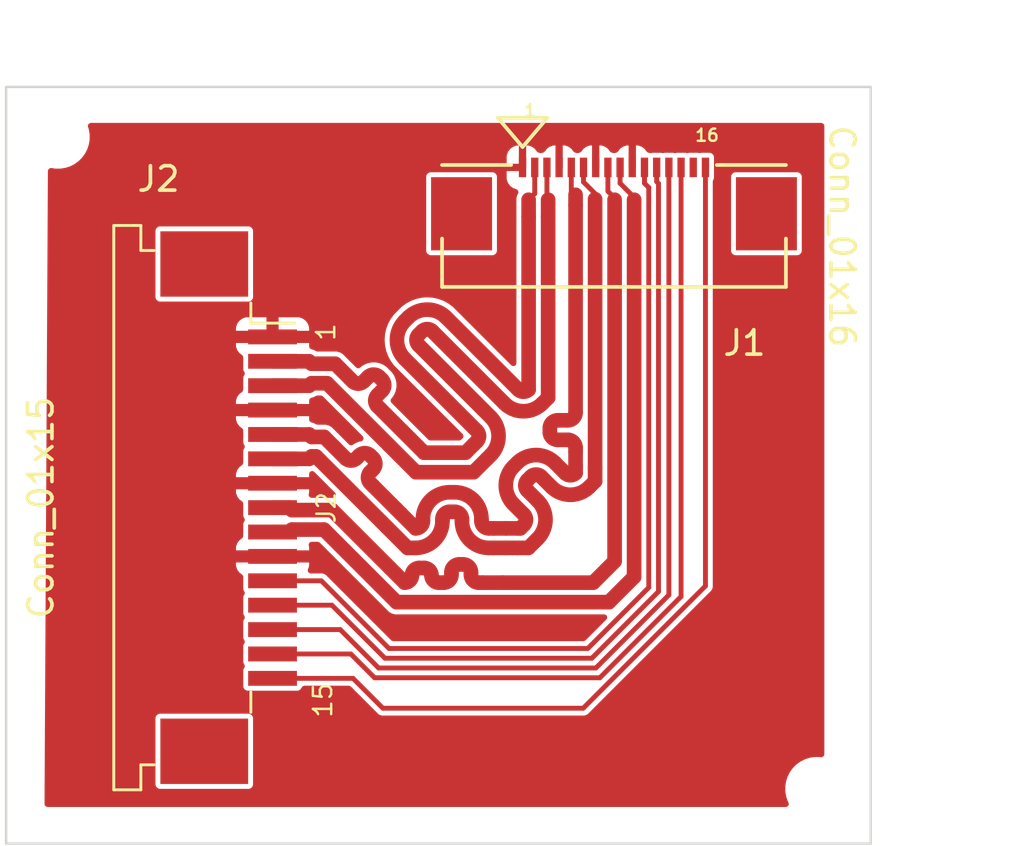
<source format=kicad_pcb>
(kicad_pcb (version 20240108) (generator "pcbnew") (generator_version "8.0")
  (layers (0 "F.Cu" signal) (31 "B.Cu" signal) (34 "B.Paste" user) (35 "F.Paste" user) (36 "B.SilkS" user "B.Silkscreen") (37 "F.SilkS" user "F.Silkscreen") (38 "B.Mask" user) (39 "F.Mask" user) (44 "Edge.Cuts" user))
  (net 0 "")
  (net 1 "I2C_SDA")
  (net 2 "MIPO_CKP")
  (net 3 "I2C_SCL")
  (net 5 "MIPO_DP1")
  (net 6 "GND")
  (net 7 "MIPO_DN1")
  (net 8 "SENSOR_RSTN")
  (net 9 "MIPO_DP0")
  (net 10 "SENSOR_CLK")
  (net 11 "3V3")
  (net 12 "MIPO_DN0")
  (net 13 "MIPO_CKN")
  (footprint "Connector_FFC-FPC:TE_1-84952-5_1x15-1MP_P1.0mm_Horizontal" (layer "F.Cu") (at 148.225 102.425 -90)
    (property "Reference" "J2" (at 0 -4 90) (layer "F.SilkS") (effects (font (size 0.75 0.75) (thickness 0.1))))
    (property "Value" "Conn_01x15" (at 0 7.7 90) (layer "F.SilkS"))
    (fp_line (start -11.57 4.71) (end -11.57 3.6) (stroke (width 0.12)) (layer "F.SilkS"))
    (fp_line (start 11.57 4.71) (end -11.57 4.71) (stroke (width 0.12)) (layer "F.SilkS"))
    (fp_line (start -11.57 3.6) (end -10.545 3.6) (stroke (width 0.12)) (layer "F.SilkS"))
    (fp_line (start -10.545 3.6) (end -10.545 3.06) (stroke (width 0.12)) (layer "F.SilkS"))
    (fp_line (start 10.545 3.6) (end 11.57 3.6) (stroke (width 0.12)) (layer "F.SilkS"))
    (fp_line (start 11.57 3.6) (end 11.57 4.71) (stroke (width 0.12)) (layer "F.SilkS"))
    (fp_line (start 10.545 3.06) (end 10.545 3.6) (stroke (width 0.12)) (layer "F.SilkS"))
    (fp_line (start -8.39 -0.91) (end -7.565 -0.91) (stroke (width 0.12)) (layer "F.SilkS"))
    (fp_line (start -7.565 -0.91) (end -7.565 -2.71) (stroke (width 0.12)) (layer "F.SilkS"))
    (fp_line (start 7.565 -0.91) (end 8.39 -0.91) (stroke (width 0.12)) (layer "F.SilkS"))
    (fp_text user "${REFERENCE}" (at -13.475 2.875 180) (layer "F.SilkS"))
    (pad "1" smd rect (at -7 -1.8 270) (size 0.61 2) (layers "F.Cu" "F.Paste" "F.Mask") (net 6 "GND"))
    (pad "2" smd rect (at -6 -1.8 270) (size 0.61 2) (layers "F.Cu" "F.Paste" "F.Mask") (net 12 "MIPO_DN0"))
    (pad "3" smd rect (at -5 -1.8 270) (size 0.61 2) (layers "F.Cu" "F.Paste" "F.Mask") (net 9 "MIPO_DP0"))
    (pad "4" smd rect (at -4 -1.8 270) (size 0.61 2) (layers "F.Cu" "F.Paste" "F.Mask") (net 6 "GND"))
    (pad "5" smd rect (at -3 -1.8 270) (size 0.61 2) (layers "F.Cu" "F.Paste" "F.Mask") (net 7 "MIPO_DN1"))
    (pad "6" smd rect (at -2 -1.8 270) (size 0.61 2) (layers "F.Cu" "F.Paste" "F.Mask") (net 5 "MIPO_DP1"))
    (pad "7" smd rect (at -1 -1.8 270) (size 0.61 2) (layers "F.Cu" "F.Paste" "F.Mask") (net 6 "GND"))
    (pad "8" smd rect (at 0 -1.8 270) (size 0.61 2) (layers "F.Cu" "F.Paste" "F.Mask") (net 13 "MIPO_CKN"))
    (pad "9" smd rect (at 1 -1.8 270) (size 0.61 2) (layers "F.Cu" "F.Paste" "F.Mask") (net 2 "MIPO_CKP"))
    (pad "10" smd rect (at 2 -1.8 270) (size 0.61 2) (layers "F.Cu" "F.Paste" "F.Mask") (net 6 "GND"))
    (pad "11" smd rect (at 3 -1.8 270) (size 0.61 2) (layers "F.Cu" "F.Paste" "F.Mask") (net 8 "SENSOR_RSTN"))
    (pad "12" smd rect (at 4 -1.8 270) (size 0.61 2) (layers "F.Cu" "F.Paste" "F.Mask") (net 10 "SENSOR_CLK"))
    (pad "13" smd rect (at 5 -1.8 270) (size 0.61 2) (layers "F.Cu" "F.Paste" "F.Mask") (net 3 "I2C_SCL"))
    (pad "14" smd rect (at 6 -1.8 270) (size 0.61 2) (layers "F.Cu" "F.Paste" "F.Mask") (net 1 "I2C_SDA"))
    (pad "15" smd rect (at 7 -1.8 270) (size 0.61 2) (layers "F.Cu" "F.Paste" "F.Mask") (net 11 "3V3"))
    (pad "MP" smd rect (at -9.99 1 270) (size 2.68 3.6) (layers "F.Cu" "F.Paste" "F.Mask"))
    (pad "MP" smd rect (at 9.99 1 270) (size 2.68 3.6) (layers "F.Cu" "F.Paste" "F.Mask"))
  )
  (footprint "MountingHole:MountingHole_2.1mm" (layer "F.Cu") (at 172.35 113.95)
    (property "Reference" "H2" (hide yes))
    (property "Value" "MountingHole" (hide yes))
    (pad "" np_thru_hole circle (at 0 0) (size 2.1 2.1) (drill 2.1) (layers "*.Cu" "*.Mask"))
  )
  (footprint "MountingHole:MountingHole_2.1mm" (layer "F.Cu") (at 141.225 87.225)
    (property "Reference" "H1" (hide yes))
    (property "Value" "MountingHole" (hide yes))
    (pad "" np_thru_hole circle (at 0 0) (size 2.1 2.1) (drill 2.1) (layers "*.Cu" "*.Mask"))
  )
  (footprint "CSI_Connector:CON_527461671_MOL" (layer "F.Cu") (at 164.024992 90.875)
    (property "Reference" "J1" (hide yes))
    (property "Value" "Conn_01x16" (at 9.350008 0.425 -90) (layer "F.SilkS"))
    (fp_line (start -7.049986 0.5175) (end -7.049986 2.5) (stroke (width 0.1524)) (layer "F.SilkS"))
    (fp_line (start -7.049986 2.5) (end 7.049986 2.5) (stroke (width 0.1524)) (layer "F.SilkS"))
    (fp_line (start -4.763986 -4.432) (end -3.747986 -3.2382) (stroke (width 0.1524)) (layer "F.SilkS"))
    (fp_line (start -4.763986 -4.432) (end -2.731986 -4.432) (stroke (width 0.1524)) (layer "F.SilkS"))
    (fp_line (start -4.217492 -2.5) (end -7.049986 -2.5) (stroke (width 0.1524)) (layer "F.SilkS"))
    (fp_line (start -2.731986 -4.432) (end -3.747986 -3.2382) (stroke (width 0.1524)) (layer "F.SilkS"))
    (fp_line (start 7.049986 -2.5) (end 4.217508 -2.5) (stroke (width 0.1524)) (layer "F.SilkS"))
    (fp_line (start 7.049986 2.5) (end 7.049986 0.5175) (stroke (width 0.1524)) (layer "F.SilkS"))
    (fp_text user "${REFERENCE}" (at 5.350008 4.8 0) (layer "F.SilkS"))
    (pad "1" smd rect (at -3.749992 -2.4) (size 0.3 0.8) (layers "F.Cu" "F.Paste" "F.Mask") (net 6 "GND"))
    (pad "2" smd rect (at -3.249994 -2.4) (size 0.3 0.8) (layers "F.Cu" "F.Paste" "F.Mask") (net 12 "MIPO_DN0"))
    (pad "3" smd rect (at -2.749992 -2.4) (size 0.3 0.8) (layers "F.Cu" "F.Paste" "F.Mask") (net 9 "MIPO_DP0"))
    (pad "4" smd rect (at -2.249993 -2.4) (size 0.3 0.8) (layers "F.Cu" "F.Paste" "F.Mask") (net 6 "GND"))
    (pad "5" smd rect (at -1.749991 -2.4) (size 0.3 0.8) (layers "F.Cu" "F.Paste" "F.Mask") (net 7 "MIPO_DN1"))
    (pad "6" smd rect (at -1.249992 -2.4) (size 0.3 0.8) (layers "F.Cu" "F.Paste" "F.Mask") (net 5 "MIPO_DP1"))
    (pad "7" smd rect (at -0.749993 -2.4) (size 0.3 0.8) (layers "F.Cu" "F.Paste" "F.Mask") (net 6 "GND"))
    (pad "8" smd rect (at -0.249992 -2.4) (size 0.3 0.8) (layers "F.Cu" "F.Paste" "F.Mask") (net 13 "MIPO_CKN"))
    (pad "9" smd rect (at 0.250007 -2.4) (size 0.3 0.8) (layers "F.Cu" "F.Paste" "F.Mask") (net 2 "MIPO_CKP"))
    (pad "10" smd rect (at 0.750009 -2.4) (size 0.3 0.8) (layers "F.Cu" "F.Paste" "F.Mask") (net 6 "GND"))
    (pad "11" smd rect (at 1.250008 -2.4) (size 0.3 0.8) (layers "F.Cu" "F.Paste" "F.Mask") (net 8 "SENSOR_RSTN"))
    (pad "12" smd rect (at 1.750007 -2.4) (size 0.3 0.8) (layers "F.Cu" "F.Paste" "F.Mask") (net 10 "SENSOR_CLK"))
    (pad "13" smd rect (at 2.250008 -2.4) (size 0.3 0.8) (layers "F.Cu" "F.Paste" "F.Mask") (net 3 "I2C_SCL"))
    (pad "14" smd rect (at 2.750007 -2.4) (size 0.3 0.8) (layers "F.Cu" "F.Paste" "F.Mask") (net 1 "I2C_SDA"))
    (pad "15" smd rect (at 3.250009 -2.4) (size 0.3 0.8) (layers "F.Cu" "F.Paste" "F.Mask"))
    (pad "16" smd rect (at 3.750008 -2.4) (size 0.3 0.8) (layers "F.Cu" "F.Paste" "F.Mask") (net 11 "3V3"))
    (pad "P1" smd rect (at -6.249996 -0.499999) (size 2.500008 2.999998) (layers "F.Cu" "F.Paste" "F.Mask"))
    (pad "P2" smd rect (at 6.25 -0.499998) (size 2.5 2.999996) (layers "F.Cu" "F.Paste" "F.Mask"))
  )
  (gr_rect (start 139.1 85.175) (end 174.55 116.2) (stroke (width 0.1)) (fill none) (layer "Edge.Cuts"))
  (gr_text "1" (at 160.277006 86.443 0) (layer "F.SilkS") (effects (font (size 0.5 0.5) (thickness 0.1)) (justify left bottom)))
  (gr_text "1" (at 152.65 95.65 90) (layer "F.SilkS") (effects (font (size 0.75 0.75) (thickness 0.1)) (justify left bottom)))
  (gr_text "15" (at 152.525 111.1 90) (layer "F.SilkS") (effects (font (size 0.75 0.75) (thickness 0.1)) (justify left bottom)))
  (gr_text "16" (at 167.3 87.45 0) (layer "F.SilkS") (effects (font (size 0.5 0.5) (thickness 0.1)) (justify left bottom)))
  (segment (start 163.447058 109.4) (end 166.774999 106.072059) (width 0.2) (layer "F.Cu") (net 1))
  (segment (start 166.774999 106.072059) (end 166.774999 88.475) (width 0.2) (layer "F.Cu") (net 1))
  (segment (start 150.025 108.425) (end 153.234314 108.425) (width 0.2) (layer "F.Cu") (net 1))
  (segment (start 154.209314 109.4) (end 163.447058 109.4) (width 0.2) (layer "F.Cu") (net 1))
  (segment (start 153.234314 108.425) (end 154.209314 109.4) (width 0.2) (layer "F.Cu") (net 1))
  (segment (start 164.85 89.699999) (end 164.85 89.8) (width 0.2) (layer "F.Cu") (net 2))
  (segment (start 155.109314 106.3) (end 163.815686 106.3) (width 0.6) (layer "F.Cu") (net 2))
  (segment (start 163.815686 106.3) (end 164.85 105.265686) (width 0.6) (layer "F.Cu") (net 2))
  (segment (start 164.85 105.265686) (end 164.85 89.8) (width 0.6) (layer "F.Cu") (net 2))
  (segment (start 150.72 103.425) (end 150.82 103.325) (width 0.6) (layer "F.Cu") (net 2))
  (segment (start 152.134314 103.325) (end 155.109314 106.3) (width 0.6) (layer "F.Cu") (net 2))
  (segment (start 150.82 103.325) (end 152.134314 103.325) (width 0.6) (layer "F.Cu") (net 2))
  (segment (start 164.274999 89.124998) (end 164.85 89.699999) (width 0.2) (layer "F.Cu") (net 2))
  (segment (start 164.274999 88.475) (end 164.274999 89.124998) (width 0.2) (layer "F.Cu") (net 2))
  (segment (start 150.025 103.425) (end 150.72 103.425) (width 0.6) (layer "F.Cu") (net 2))
  (segment (start 152.8 107.425) (end 154.375 109) (width 0.2) (layer "F.Cu") (net 3))
  (segment (start 166.275 88.475) (end 166.275 106.006372) (width 0.2) (layer "F.Cu") (net 3))
  (segment (start 166.275 106.006372) (end 163.281372 109) (width 0.2) (layer "F.Cu") (net 3))
  (segment (start 163.281372 109) (end 154.375 109) (width 0.2) (layer "F.Cu") (net 3))
  (segment (start 150.025 107.425) (end 152.8 107.425) (width 0.2) (layer "F.Cu") (net 3))
  (segment (start 159.090686 104.075) (end 159.592157 104.075) (width 0.6) (layer "F.Cu") (net 5))
  (segment (start 151.809314 100.325) (end 151.987448 100.503134) (width 0.6) (layer "F.Cu") (net 5))
  (segment (start 154.717157 103.232843) (end 155.559314 104.075) (width 0.6) (layer "F.Cu") (net 5))
  (segment (start 160.752944 103.837741) (end 160.515686 104.075) (width 0.6) (layer "F.Cu") (net 5))
  (segment (start 151.625001 100.325) (end 151.649958 100.325) (width 0.6) (layer "F.Cu") (net 5))
  (segment (start 151.525001 100.425) (end 151.625001 100.325) (width 0.6) (layer "F.Cu") (net 5))
  (segment (start 160.47717 101.72349) (end 160.894363 102.140683) (width 0.6) (layer "F.Cu") (net 5))
  (segment (start 157.290686 102.595) (end 157.490686 102.595) (width 0.6) (layer "F.Cu") (net 5))
  (segment (start 160.075 104.075) (end 159.592157 104.075) (width 0.6) (layer "F.Cu") (net 5))
  (segment (start 160.894363 103.696317) (end 160.752944 103.837741) (width 0.6) (layer "F.Cu") (net 5))
  (segment (start 158.890686 104.075) (end 159.090686 104.075) (width 0.6) (layer "F.Cu") (net 5))
  (segment (start 161.46005 101.574999) (end 161.042856 101.157805) (width 0.6) (layer "F.Cu") (net 5))
  (segment (start 150.025 100.425) (end 150.990143 100.425) (width 0.6) (layer "F.Cu") (net 5))
  (segment (start 162.775 89.075) (end 163.25 89.55) (width 0.2) (layer "F.Cu") (net 5))
  (segment (start 163.25 89.55) (end 163.25 89.775002) (width 0.2) (layer "F.Cu") (net 5))
  (segment (start 150.990143 100.425) (end 151.525001 100.425) (width 0.6) (layer "F.Cu") (net 5))
  (segment (start 163.25 89.775002) (end 163.25 100.8) (width 0.6) (layer "F.Cu") (net 5))
  (segment (start 163.25 101.340686) (end 163.015685 101.574999) (width 0.6) (layer "F.Cu") (net 5))
  (segment (start 160.515686 104.075) (end 160.075 104.075) (width 0.6) (layer "F.Cu") (net 5))
  (segment (start 156.990686 102.975) (end 156.990686 102.895) (width 0.6) (layer "F.Cu") (net 5))
  (segment (start 162.775 88.475) (end 162.775 89.075) (width 0.2) (layer "F.Cu") (net 5))
  (segment (start 157.790686 102.895) (end 157.790686 102.975) (width 0.6) (layer "F.Cu") (net 5))
  (segment (start 160.618592 101.157805) (end 160.47717 101.299226) (width 0.6) (layer "F.Cu") (net 5))
  (segment (start 151.987448 100.503134) (end 154.717157 103.232843) (width 0.6) (layer "F.Cu") (net 5))
  (segment (start 151.649958 100.325) (end 151.809314 100.325) (width 0.6) (layer "F.Cu") (net 5))
  (segment (start 163.25 100.8) (end 163.25 101.340686) (width 0.6) (layer "F.Cu") (net 5))
  (segment (start 155.559314 104.075) (end 155.890686 104.075) (width 0.6) (layer "F.Cu") (net 5))
  (arc (start 157.790686 102.975) (mid 158.112869 103.752817) (end 158.890686 104.075) (width 0.6) (layer "F.Cu") (net 5))
  (arc (start 161.042856 101.157805) (mid 160.830724 101.069937) (end 160.618592 101.157805) (width 0.6) (layer "F.Cu") (net 5))
  (arc (start 160.47717 101.299226) (mid 160.389302 101.511358) (end 160.47717 101.72349) (width 0.6) (layer "F.Cu") (net 5))
  (arc (start 155.890686 104.075) (mid 156.668503 103.752817) (end 156.990686 102.975) (width 0.6) (layer "F.Cu") (net 5))
  (arc (start 163.015685 101.574999) (mid 162.237867 101.897182) (end 161.46005 101.574999) (width 0.6) (layer "F.Cu") (net 5))
  (arc (start 156.990686 102.895) (mid 157.078554 102.682868) (end 157.290686 102.595) (width 0.6) (layer "F.Cu") (net 5))
  (arc (start 157.490686 102.595) (mid 157.702818 102.682868) (end 157.790686 102.895) (width 0.6) (layer "F.Cu") (net 5))
  (arc (start 160.894363 102.140683) (mid 161.216545 102.9185) (end 160.894363 103.696317) (width 0.6) (layer "F.Cu") (net 5))
  (segment (start 159.090686 103.275) (end 159.592157 103.275) (width 0.6) (layer "F.Cu") (net 7))
  (segment (start 151.525001 99.425) (end 151.625001 99.525) (width 0.6) (layer "F.Cu") (net 7))
  (segment (start 158.890686 103.275) (end 159.090686 103.275) (width 0.6) (layer "F.Cu") (net 7))
  (segment (start 162.45 90.024869) (end 162.45 98.524869) (width 0.6) (layer "F.Cu") (net 7))
  (segment (start 162.45 100.124869) (end 162.45 100.703453) (width 0.6) (layer "F.Cu") (net 7))
  (segment (start 162.45 89.598528) (end 162.45 90.024869) (width 0.6) (layer "F.Cu") (net 7))
  (segment (start 160.328679 103.130633) (end 160.187258 103.272055) (width 0.6) (layer "F.Cu") (net 7))
  (segment (start 150.025 99.425) (end 150.990143 99.425) (width 0.6) (layer "F.Cu") (net 7))
  (segment (start 162.45 99.964869) (end 162.45 100.124869) (width 0.6) (layer "F.Cu") (net 7))
  (segment (start 157.290686 101.795) (end 157.490686 101.795) (width 0.6) (layer "F.Cu") (net 7))
  (segment (start 162.13 98.844869) (end 161.714911 98.844869) (width 0.6) (layer "F.Cu") (net 7))
  (segment (start 162.025736 101.009314) (end 161.608542 100.59212) (width 0.6) (layer "F.Cu") (net 7))
  (segment (start 161.714911 99.644869) (end 162.13 99.644869) (width 0.6) (layer "F.Cu") (net 7))
  (segment (start 154.14636 101.530674) (end 155.094999 102.479313) (width 0.6) (layer "F.Cu") (net 7))
  (segment (start 154.033224 100.286167) (end 154.146361 100.399304) (width 0.6) (layer "F.Cu") (net 7))
  (segment (start 160.184314 103.275) (end 160.075 103.275) (width 0.6) (layer "F.Cu") (net 7))
  (segment (start 154.146361 100.851852) (end 154.033222 100.964988) (width 0.6) (layer "F.Cu") (net 7))
  (segment (start 160.052908 100.59212) (end 159.911486 100.733541) (width 0.6) (layer "F.Cu") (net 7))
  (segment (start 161.394911 99.164869) (end 161.394911 99.324869) (width 0.6) (layer "F.Cu") (net 7))
  (segment (start 158.590686 102.895) (end 158.590686 102.975) (width 0.6) (layer "F.Cu") (net 7))
  (segment (start 162.45 100.8) (end 162.45 101.009314) (width 0.6) (layer "F.Cu") (net 7))
  (segment (start 154.033222 101.417536) (end 154.14636 101.530674) (width 0.6) (layer "F.Cu") (net 7))
  (segment (start 159.911486 102.289176) (end 160.328679 102.706369) (width 0.6) (layer "F.Cu") (net 7))
  (segment (start 160.075 103.275) (end 159.592157 103.275) (width 0.6) (layer "F.Cu") (net 7))
  (segment (start 152.553134 99.937448) (end 153.01499 100.399304) (width 0.6) (layer "F.Cu") (net 7))
  (segment (start 155.094999 102.479313) (end 155.282843 102.667157) (width 0.6) (layer "F.Cu") (net 7))
  (segment (start 156.190686 102.975) (end 156.190686 102.895) (width 0.6) (layer "F.Cu") (net 7))
  (segment (start 153.467538 100.399304) (end 153.580676 100.286167) (width 0.6) (layer "F.Cu") (net 7))
  (segment (start 150.990143 99.425) (end 151.525001 99.425) (width 0.6) (layer "F.Cu") (net 7))
  (segment (start 162.275001 88.475) (end 162.275001 89.800003) (width 0.2) (layer "F.Cu") (net 7))
  (segment (start 152.140686 99.525) (end 152.553134 99.937448) (width 0.6) (layer "F.Cu") (net 7))
  (segment (start 162.45 100.703453) (end 162.45 100.8) (width 0.6) (layer "F.Cu") (net 7))
  (segment (start 160.187258 103.272055) (end 160.184314 103.275) (width 0.6) (layer "F.Cu") (net 7))
  (segment (start 151.625001 99.525) (end 151.649958 99.525) (width 0.6) (layer "F.Cu") (net 7))
  (segment (start 155.282843 102.667157) (end 155.890686 103.275) (width 0.6) (layer "F.Cu") (net 7))
  (segment (start 162.275001 89.800003) (end 162.35 89.875002) (width 0.2) (layer "F.Cu") (net 7))
  (segment (start 151.649958 99.525) (end 152.140686 99.525) (width 0.6) (layer "F.Cu") (net 7))
  (arc (start 155.890686 103.275) (mid 156.102818 103.187132) (end 156.190686 102.975) (width 0.6) (layer "F.Cu") (net 7))
  (arc (start 161.714911 98.844869) (mid 161.488637 98.938595) (end 161.394911 99.164869) (width 0.6) (layer "F.Cu") (net 7))
  (arc (start 160.328679 102.706369) (mid 160.416547 102.918501) (end 160.328679 103.130633) (width 0.6) (layer "F.Cu") (net 7))
  (arc (start 162.45 98.524869) (mid 162.356274 98.751143) (end 162.13 98.844869) (width 0.6) (layer "F.Cu") (net 7))
  (arc (start 162.45 101.009314) (mid 162.237868 101.097182) (end 162.025736 101.009314) (width 0.6) (layer "F.Cu") (net 7))
  (arc (start 153.01499 100.399304) (mid 153.241264 100.49303) (end 153.467538 100.399304) (width 0.6) (layer "F.Cu") (net 7))
  (arc (start 153.580676 100.286167) (mid 153.80695 100.192441) (end 154.033224 100.286167) (width 0.6) (layer "F.Cu") (net 7))
  (arc (start 157.490686 101.795) (mid 158.268503 102.117183) (end 158.590686 102.895) (width 0.6) (layer "F.Cu") (net 7))
  (arc (start 159.911486 100.733541) (mid 159.589304 101.511358) (end 159.911486 102.289176) (width 0.6) (layer "F.Cu") (net 7))
  (arc (start 162.13 99.644869) (mid 162.356274 99.738595) (end 162.45 99.964869) (width 0.6) (layer "F.Cu") (net 7))
  (arc (start 154.146361 100.399304) (mid 154.240087 100.625578) (end 154.146361 100.851852) (width 0.6) (layer "F.Cu") (net 7))
  (arc (start 154.033222 100.964988) (mid 153.939496 101.191262) (end 154.033222 101.417536) (width 0.6) (layer "F.Cu") (net 7))
  (arc (start 161.608542 100.59212) (mid 160.830725 100.269938) (end 160.052908 100.59212) (width 0.6) (layer "F.Cu") (net 7))
  (arc (start 156.190686 102.895) (mid 156.512869 102.117183) (end 157.290686 101.795) (width 0.6) (layer "F.Cu") (net 7))
  (arc (start 161.394911 99.324869) (mid 161.488637 99.551143) (end 161.714911 99.644869) (width 0.6) (layer "F.Cu") (net 7))
  (arc (start 158.590686 102.975) (mid 158.678554 103.187132) (end 158.890686 103.275) (width 0.6) (layer "F.Cu") (net 7))
  (segment (start 165.275 89.125001) (end 165.45 89.300001) (width 0.2) (layer "F.Cu") (net 8))
  (segment (start 154.8 108.2) (end 152.025 105.425) (width 0.2) (layer "F.Cu") (net 8))
  (segment (start 165.45 89.300001) (end 165.45 105.7) (width 0.2) (layer "F.Cu") (net 8))
  (segment (start 165.45 105.7) (end 162.95 108.2) (width 0.2) (layer "F.Cu") (net 8))
  (segment (start 165.275 88.475) (end 165.275 89.125001) (width 0.2) (layer "F.Cu") (net 8))
  (segment (start 162.95 108.2) (end 154.8 108.2) (width 0.2) (layer "F.Cu") (net 8))
  (segment (start 152.025 105.425) (end 150.025 105.425) (width 0.2) (layer "F.Cu") (net 8))
  (segment (start 158.268348 100.972338) (end 155.906652 100.972338) (width 0.6) (layer "F.Cu") (net 9))
  (segment (start 159.53505 98.149999) (end 156.579343 95.194292) (width 0.6) (layer "F.Cu") (net 9))
  (segment (start 152.259314 97.325) (end 151.625001 97.325) (width 0.6) (layer "F.Cu") (net 9))
  (segment (start 155.906652 100.972338) (end 154.806351 99.872037) (width 0.6) (layer "F.Cu") (net 9))
  (segment (start 154.806351 99.872037) (end 152.259314 97.325) (width 0.6) (layer "F.Cu") (net 9))
  (segment (start 161.275 89.75) (end 161.325 89.8) (width 0.2) (layer "F.Cu") (net 9))
  (segment (start 161.325 89.8) (end 161.325 90.491947) (width 0.6) (layer "F.Cu") (net 9))
  (segment (start 156.013657 95.759977) (end 158.969363 98.715683) (width 0.6) (layer "F.Cu") (net 9))
  (segment (start 161.325 97.915686) (end 161.090685 98.149999) (width 0.6) (layer "F.Cu") (net 9))
  (segment (start 151.625001 97.325) (end 151.525001 97.425) (width 0.6) (layer "F.Cu") (net 9))
  (segment (start 151.525001 97.425) (end 150.025 97.425) (width 0.6) (layer "F.Cu") (net 9))
  (segment (start 158.827944 100.412741) (end 158.268348 100.972338) (width 0.6) (layer "F.Cu") (net 9))
  (segment (start 161.325 90.491947) (end 161.325 97.915686) (width 0.6) (layer "F.Cu") (net 9))
  (segment (start 156.155079 95.194292) (end 156.013657 95.335713) (width 0.6) (layer "F.Cu") (net 9))
  (segment (start 158.969363 100.271318) (end 158.827944 100.412741) (width 0.6) (layer "F.Cu") (net 9))
  (segment (start 161.275 88.475) (end 161.275 89.75) (width 0.2) (layer "F.Cu") (net 9))
  (arc (start 156.013657 95.335713) (mid 155.925789 95.547845) (end 156.013657 95.759977) (width 0.6) (layer "F.Cu") (net 9))
  (arc (start 158.969363 98.715683) (mid 159.291545 99.493501) (end 158.969363 100.271318) (width 0.6) (layer "F.Cu") (net 9))
  (arc (start 161.090685 98.149999) (mid 160.312867 98.472182) (end 159.53505 98.149999) (width 0.6) (layer "F.Cu") (net 9))
  (arc (start 156.579343 95.194292) (mid 156.367211 95.106424) (end 156.155079 95.194292) (width 0.6) (layer "F.Cu") (net 9))
  (segment (start 165.774999 89.059315) (end 165.774999 88.475) (width 0.2) (layer "F.Cu") (net 10))
  (segment (start 150.025 106.425) (end 152.459314 106.425) (width 0.2) (layer "F.Cu") (net 10))
  (segment (start 165.85 105.865686) (end 165.85 89.134316) (width 0.2) (layer "F.Cu") (net 10))
  (segment (start 152.459314 106.425) (end 154.634314 108.6) (width 0.2) (layer "F.Cu") (net 10))
  (segment (start 154.634314 108.6) (end 163.115686 108.6) (width 0.2) (layer "F.Cu") (net 10))
  (segment (start 165.85 89.134316) (end 165.774999 89.059315) (width 0.2) (layer "F.Cu") (net 10))
  (segment (start 163.115686 108.6) (end 165.85 105.865686) (width 0.2) (layer "F.Cu") (net 10))
  (segment (start 162.762744 110.65) (end 167.775 105.637744) (width 0.2) (layer "F.Cu") (net 11))
  (segment (start 154.55 110.65) (end 162.762744 110.65) (width 0.2) (layer "F.Cu") (net 11))
  (segment (start 167.775 105.637744) (end 167.775 88.475) (width 0.2) (layer "F.Cu") (net 11))
  (segment (start 153.325 109.425) (end 154.55 110.65) (width 0.2) (layer "F.Cu") (net 11))
  (segment (start 150.025 109.425) (end 153.325 109.425) (width 0.2) (layer "F.Cu") (net 11))
  (segment (start 156.238024 100.172338) (end 155.372037 99.306351) (width 0.6) (layer "F.Cu") (net 12))
  (segment (start 157.936976 100.172338) (end 156.238024 100.172338) (width 0.6) (layer "F.Cu") (net 12))
  (segment (start 155.589394 94.628607) (end 155.447972 94.770028) (width 0.6) (layer "F.Cu") (net 12))
  (segment (start 158.403678 99.705633) (end 158.262258 99.847055) (width 0.6) (layer "F.Cu") (net 12))
  (segment (start 155.447972 96.325663) (end 158.403678 99.281369) (width 0.6) (layer "F.Cu") (net 12))
  (segment (start 151.625001 96.525) (end 151.525001 96.425) (width 0.6) (layer "F.Cu") (net 12))
  (segment (start 160.525 89.8) (end 160.525 90.491947) (width 0.6) (layer "F.Cu") (net 12))
  (segment (start 160.525 90.491947) (end 160.525 97.584314) (width 0.6) (layer "F.Cu") (net 12))
  (segment (start 151.525001 96.425) (end 150.025 96.425) (width 0.6) (layer "F.Cu") (net 12))
  (segment (start 154.511282 97.178381) (end 154.398144 97.065243) (width 0.6) (layer "F.Cu") (net 12))
  (segment (start 153.311988 97.246301) (end 153.198853 97.133167) (width 0.6) (layer "F.Cu") (net 12))
  (segment (start 160.774998 89.550002) (end 160.525 89.8) (width 0.2) (layer "F.Cu") (net 12))
  (segment (start 155.372037 99.306351) (end 154.330224 98.264538) (width 0.6) (layer "F.Cu") (net 12))
  (segment (start 160.100736 97.584314) (end 157.145029 94.628607) (width 0.6) (layer "F.Cu") (net 12))
  (segment (start 154.330224 97.811989) (end 154.511282 97.63093) (width 0.6) (layer "F.Cu") (net 12))
  (segment (start 153.945596 97.065243) (end 153.764537 97.246301) (width 0.6) (layer "F.Cu") (net 12))
  (segment (start 158.262258 99.847055) (end 157.936976 100.172338) (width 0.6) (layer "F.Cu") (net 12))
  (segment (start 152.784869 96.719183) (end 152.590686 96.525) (width 0.6) (layer "F.Cu") (net 12))
  (segment (start 152.590686 96.525) (end 151.625001 96.525) (width 0.6) (layer "F.Cu") (net 12))
  (segment (start 160.774998 88.475) (end 160.774998 89.550002) (width 0.2) (layer "F.Cu") (net 12))
  (segment (start 153.198853 97.133167) (end 152.784869 96.719183) (width 0.6) (layer "F.Cu") (net 12))
  (arc (start 153.764537 97.246301) (mid 153.538262 97.340027) (end 153.311988 97.246301) (width 0.6) (layer "F.Cu") (net 12))
  (arc (start 158.403678 99.281369) (mid 158.491546 99.493501) (end 158.403678 99.705633) (width 0.6) (layer "F.Cu") (net 12))
  (arc (start 155.447972 94.770028) (mid 155.12579 95.547845) (end 155.447972 96.325663) (width 0.6) (layer "F.Cu") (net 12))
  (arc (start 154.511282 97.63093) (mid 154.605008 97.404655) (end 154.511282 97.178381) (width 0.6) (layer "F.Cu") (net 12))
  (arc (start 157.145029 94.628607) (mid 156.367212 94.306424) (end 155.589394 94.628607) (width 0.6) (layer "F.Cu") (net 12))
  (arc (start 160.525 97.584314) (mid 160.312868 97.672182) (end 160.100736 97.584314) (width 0.6) (layer "F.Cu") (net 12))
  (arc (start 154.330224 98.264538) (mid 154.236498 98.038264) (end 154.330224 97.811989) (width 0.6) (layer "F.Cu") (net 12))
  (arc (start 154.398144 97.065243) (mid 154.17187 96.971517) (end 153.945596 97.065243) (width 0.6) (layer "F.Cu") (net 12))
  (segment (start 154.844617 104.903931) (end 155.440686 105.5) (width 0.6) (layer "F.Cu") (net 13))
  (segment (start 163.775 89.451474) (end 164.05 89.726474) (width 0.2) (layer "F.Cu") (net 13))
  (segment (start 150.82 102.525) (end 152.465686 102.525) (width 0.6) (layer "F.Cu") (net 13))
  (segment (start 157.360686 105.18) (end 157.360686 105.072357) (width 0.6) (layer "F.Cu") (net 13))
  (segment (start 164.05 104.625) (end 164.05 89.8) (width 0.6) (layer "F.Cu") (net 13))
  (segment (start 150.025 102.425) (end 150.72 102.425) (width 0.6) (layer "F.Cu") (net 13))
  (segment (start 158.160686 105.072357) (end 158.160686 105.18) (width 0.6) (layer "F.Cu") (net 13))
  (segment (start 163.775 88.475) (end 163.775 89.451474) (width 0.2) (layer "F.Cu") (net 13))
  (segment (start 163.175 105.5) (end 164.05 104.625) (width 0.6) (layer "F.Cu") (net 13))
  (segment (start 156.040686 104.9) (end 156.240686 104.9) (width 0.6) (layer "F.Cu") (net 13))
  (segment (start 156.840686 105.5) (end 157.040686 105.5) (width 0.6) (layer "F.Cu") (net 13))
  (segment (start 158.480686 105.5) (end 158.640686 105.5) (width 0.6) (layer "F.Cu") (net 13))
  (segment (start 152.465686 102.525) (end 154.844617 104.903931) (width 0.6) (layer "F.Cu") (net 13))
  (segment (start 159.463556 105.5) (end 163.175 105.5) (width 0.6) (layer "F.Cu") (net 13))
  (segment (start 158.640686 105.5) (end 159.463556 105.5) (width 0.6) (layer "F.Cu") (net 13))
  (segment (start 157.680686 104.752357) (end 157.840686 104.752357) (width 0.6) (layer "F.Cu") (net 13))
  (segment (start 164.05 89.726474) (end 164.05 89.8) (width 0.2) (layer "F.Cu") (net 13))
  (segment (start 150.72 102.425) (end 150.82 102.525) (width 0.6) (layer "F.Cu") (net 13))
  (arc (start 156.240686 104.9) (mid 156.452818 104.987868) (end 156.540686 105.2) (width 0.6) (layer "F.Cu") (net 13))
  (arc (start 155.740686 105.2) (mid 155.828554 104.987868) (end 156.040686 104.9) (width 0.6) (layer "F.Cu") (net 13))
  (arc (start 157.840686 104.752357) (mid 158.06696 104.846083) (end 158.160686 105.072357) (width 0.6) (layer "F.Cu") (net 13))
  (arc (start 158.160686 105.18) (mid 158.254412 105.406274) (end 158.480686 105.5) (width 0.6) (layer "F.Cu") (net 13))
  (arc (start 156.540686 105.2) (mid 156.628554 105.412132) (end 156.840686 105.5) (width 0.6) (layer "F.Cu") (net 13))
  (arc (start 157.360686 105.072357) (mid 157.454412 104.846083) (end 157.680686 104.752357) (width 0.6) (layer "F.Cu") (net 13))
  (arc (start 157.040686 105.5) (mid 157.26696 105.406274) (end 157.360686 105.18) (width 0.6) (layer "F.Cu") (net 13))
  (arc (start 155.440686 105.5) (mid 155.652818 105.412132) (end 155.740686 105.2) (width 0.6) (layer "F.Cu") (net 13))
  (zone (net 6) (net_name "GND") (layer "F.Cu") (connect_pads (clearance 0.2)) (min_thickness 0.25) (fill yes (thermal_gap 0.5) (thermal_bridge_width 0.5))
    (polygon (pts (xy 140.825 86.65) (xy 172.65 86.65) (xy 172.65 114.7) (xy 140.675 114.7)))
  )
)
</source>
